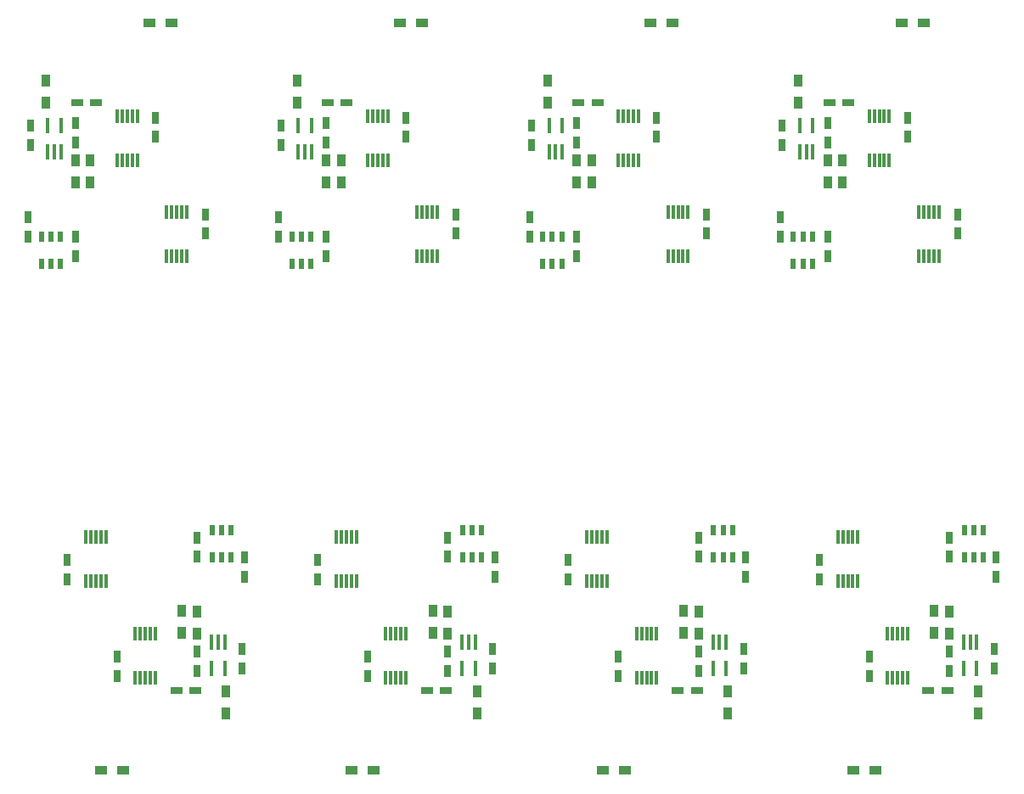
<source format=gbr>
G04 #@! TF.GenerationSoftware,KiCad,Pcbnew,(5.0.0-rc2-dev-206-ge4d512a29)*
G04 #@! TF.CreationDate,2018-03-29T18:07:49+02:00*
G04 #@! TF.ProjectId,Koczon,4B6F637A6F6E2E6B696361645F706362,1*
G04 #@! TF.SameCoordinates,Original*
G04 #@! TF.FileFunction,Paste,Top*
G04 #@! TF.FilePolarity,Positive*
%FSLAX46Y46*%
G04 Gerber Fmt 4.6, Leading zero omitted, Abs format (unit mm)*
G04 Created by KiCad (PCBNEW (5.0.0-rc2-dev-206-ge4d512a29)) date 03/29/18 18:07:49*
%MOMM*%
%LPD*%
G01*
G04 APERTURE LIST*
%ADD10R,0.750000X1.200000*%
%ADD11R,0.300000X1.450000*%
%ADD12R,0.600000X1.100000*%
%ADD13R,0.900000X1.200000*%
%ADD14R,1.200000X0.750000*%
%ADD15R,1.200000X0.900000*%
%ADD16R,0.400000X1.500000*%
G04 APERTURE END LIST*
D10*
X116948000Y-115076000D03*
X116948000Y-113176000D03*
X103978000Y-105952906D03*
X103978000Y-104052906D03*
D11*
X112778000Y-115752906D03*
X112278000Y-115752906D03*
X111778000Y-115752906D03*
X111278000Y-115752906D03*
X110778000Y-115752906D03*
X110778000Y-111352906D03*
X111278000Y-111352906D03*
X111778000Y-111352906D03*
X112278000Y-111352906D03*
X112778000Y-111352906D03*
D12*
X143448000Y-101052906D03*
X144398000Y-101052906D03*
X145348000Y-101052906D03*
X145348000Y-103752906D03*
X144398000Y-103752906D03*
X143448000Y-103752906D03*
D11*
X107848000Y-106176000D03*
X107348000Y-106176000D03*
X106848000Y-106176000D03*
X106348000Y-106176000D03*
X105848000Y-106176000D03*
X105848000Y-101776000D03*
X106348000Y-101776000D03*
X106848000Y-101776000D03*
X107348000Y-101776000D03*
X107848000Y-101776000D03*
D10*
X121648000Y-103776000D03*
X121648000Y-105676000D03*
X121448000Y-112926000D03*
X121448000Y-114826000D03*
X108978000Y-113702906D03*
X108978000Y-115602906D03*
X116948000Y-101826000D03*
X116948000Y-103726000D03*
D13*
X119848000Y-117126000D03*
X119848000Y-119326000D03*
D14*
X116778000Y-117102906D03*
X114878000Y-117102906D03*
D10*
X146648000Y-103776000D03*
X146648000Y-105676000D03*
X146448000Y-112926000D03*
X146448000Y-114826000D03*
X133978000Y-113702906D03*
X133978000Y-115602906D03*
X141948000Y-101826000D03*
X141948000Y-103726000D03*
X141948000Y-115076000D03*
X141948000Y-113176000D03*
X128978000Y-105952906D03*
X128978000Y-104052906D03*
D14*
X141778000Y-117102906D03*
X139878000Y-117102906D03*
D10*
X171648000Y-103776000D03*
X171648000Y-105676000D03*
X171448000Y-112926000D03*
X171448000Y-114826000D03*
X158978000Y-113702906D03*
X158978000Y-115602906D03*
X166948000Y-101826000D03*
X166948000Y-103726000D03*
X166948000Y-115076000D03*
X166948000Y-113176000D03*
X153978000Y-105952906D03*
X153978000Y-104052906D03*
D14*
X166778000Y-117102906D03*
X164878000Y-117102906D03*
D10*
X196648000Y-103776000D03*
X196648000Y-105676000D03*
X196448000Y-112926000D03*
X196448000Y-114826000D03*
X183978000Y-113702906D03*
X183978000Y-115602906D03*
X191948000Y-101826000D03*
X191948000Y-103726000D03*
X191948000Y-115076000D03*
X191948000Y-113176000D03*
X178978000Y-105952906D03*
X178978000Y-104052906D03*
D14*
X191778000Y-117102906D03*
X189878000Y-117102906D03*
D10*
X175110142Y-71729812D03*
X175110142Y-69829812D03*
X175310142Y-62579812D03*
X175310142Y-60679812D03*
X187780142Y-61802906D03*
X187780142Y-59902906D03*
X179810142Y-73679812D03*
X179810142Y-71779812D03*
X179810142Y-60429812D03*
X179810142Y-62329812D03*
X192780142Y-69552906D03*
X192780142Y-71452906D03*
D14*
X179980142Y-58402906D03*
X181880142Y-58402906D03*
D10*
X150110142Y-71729812D03*
X150110142Y-69829812D03*
X150310142Y-62579812D03*
X150310142Y-60679812D03*
X162780142Y-61802906D03*
X162780142Y-59902906D03*
X154810142Y-73679812D03*
X154810142Y-71779812D03*
X154810142Y-60429812D03*
X154810142Y-62329812D03*
X167780142Y-69552906D03*
X167780142Y-71452906D03*
D14*
X154980142Y-58402906D03*
X156880142Y-58402906D03*
D10*
X125110142Y-71729812D03*
X125110142Y-69829812D03*
X125310142Y-62579812D03*
X125310142Y-60679812D03*
X137780142Y-61802906D03*
X137780142Y-59902906D03*
X129810142Y-73679812D03*
X129810142Y-71779812D03*
X129810142Y-60429812D03*
X129810142Y-62329812D03*
X142780142Y-69552906D03*
X142780142Y-71452906D03*
D14*
X129980142Y-58402906D03*
X131880142Y-58402906D03*
D10*
X100110142Y-71729812D03*
X100110142Y-69829812D03*
X100310142Y-62579812D03*
X100310142Y-60679812D03*
X112780142Y-61802906D03*
X112780142Y-59902906D03*
X104810142Y-73679812D03*
X104810142Y-71779812D03*
X104810142Y-60429812D03*
X104810142Y-62329812D03*
X117780142Y-69552906D03*
X117780142Y-71452906D03*
D14*
X104980142Y-58402906D03*
X106880142Y-58402906D03*
D12*
X118448000Y-101052906D03*
X119398000Y-101052906D03*
X120348000Y-101052906D03*
X120348000Y-103752906D03*
X119398000Y-103752906D03*
X118448000Y-103752906D03*
X168448000Y-101052906D03*
X169398000Y-101052906D03*
X170348000Y-101052906D03*
X170348000Y-103752906D03*
X169398000Y-103752906D03*
X168448000Y-103752906D03*
X193448000Y-101052906D03*
X194398000Y-101052906D03*
X195348000Y-101052906D03*
X195348000Y-103752906D03*
X194398000Y-103752906D03*
X193448000Y-103752906D03*
X178310142Y-74452906D03*
X177360142Y-74452906D03*
X176410142Y-74452906D03*
X176410142Y-71752906D03*
X177360142Y-71752906D03*
X178310142Y-71752906D03*
X153310142Y-74452906D03*
X152360142Y-74452906D03*
X151410142Y-74452906D03*
X151410142Y-71752906D03*
X152360142Y-71752906D03*
X153310142Y-71752906D03*
X128310142Y-74452906D03*
X127360142Y-74452906D03*
X126410142Y-74452906D03*
X126410142Y-71752906D03*
X127360142Y-71752906D03*
X128310142Y-71752906D03*
X103310142Y-74452906D03*
X102360142Y-74452906D03*
X101410142Y-74452906D03*
X101410142Y-71752906D03*
X102360142Y-71752906D03*
X103310142Y-71752906D03*
D11*
X132848000Y-106176000D03*
X132348000Y-106176000D03*
X131848000Y-106176000D03*
X131348000Y-106176000D03*
X130848000Y-106176000D03*
X130848000Y-101776000D03*
X131348000Y-101776000D03*
X131848000Y-101776000D03*
X132348000Y-101776000D03*
X132848000Y-101776000D03*
X137778000Y-115752906D03*
X137278000Y-115752906D03*
X136778000Y-115752906D03*
X136278000Y-115752906D03*
X135778000Y-115752906D03*
X135778000Y-111352906D03*
X136278000Y-111352906D03*
X136778000Y-111352906D03*
X137278000Y-111352906D03*
X137778000Y-111352906D03*
X157848000Y-106176000D03*
X157348000Y-106176000D03*
X156848000Y-106176000D03*
X156348000Y-106176000D03*
X155848000Y-106176000D03*
X155848000Y-101776000D03*
X156348000Y-101776000D03*
X156848000Y-101776000D03*
X157348000Y-101776000D03*
X157848000Y-101776000D03*
X162778000Y-115752906D03*
X162278000Y-115752906D03*
X161778000Y-115752906D03*
X161278000Y-115752906D03*
X160778000Y-115752906D03*
X160778000Y-111352906D03*
X161278000Y-111352906D03*
X161778000Y-111352906D03*
X162278000Y-111352906D03*
X162778000Y-111352906D03*
X182848000Y-106176000D03*
X182348000Y-106176000D03*
X181848000Y-106176000D03*
X181348000Y-106176000D03*
X180848000Y-106176000D03*
X180848000Y-101776000D03*
X181348000Y-101776000D03*
X181848000Y-101776000D03*
X182348000Y-101776000D03*
X182848000Y-101776000D03*
X187778000Y-115752906D03*
X187278000Y-115752906D03*
X186778000Y-115752906D03*
X186278000Y-115752906D03*
X185778000Y-115752906D03*
X185778000Y-111352906D03*
X186278000Y-111352906D03*
X186778000Y-111352906D03*
X187278000Y-111352906D03*
X187778000Y-111352906D03*
X188910142Y-69329812D03*
X189410142Y-69329812D03*
X189910142Y-69329812D03*
X190410142Y-69329812D03*
X190910142Y-69329812D03*
X190910142Y-73729812D03*
X190410142Y-73729812D03*
X189910142Y-73729812D03*
X189410142Y-73729812D03*
X188910142Y-73729812D03*
X183980142Y-59752906D03*
X184480142Y-59752906D03*
X184980142Y-59752906D03*
X185480142Y-59752906D03*
X185980142Y-59752906D03*
X185980142Y-64152906D03*
X185480142Y-64152906D03*
X184980142Y-64152906D03*
X184480142Y-64152906D03*
X183980142Y-64152906D03*
X163910142Y-69329812D03*
X164410142Y-69329812D03*
X164910142Y-69329812D03*
X165410142Y-69329812D03*
X165910142Y-69329812D03*
X165910142Y-73729812D03*
X165410142Y-73729812D03*
X164910142Y-73729812D03*
X164410142Y-73729812D03*
X163910142Y-73729812D03*
X158980142Y-59752906D03*
X159480142Y-59752906D03*
X159980142Y-59752906D03*
X160480142Y-59752906D03*
X160980142Y-59752906D03*
X160980142Y-64152906D03*
X160480142Y-64152906D03*
X159980142Y-64152906D03*
X159480142Y-64152906D03*
X158980142Y-64152906D03*
X138910142Y-69329812D03*
X139410142Y-69329812D03*
X139910142Y-69329812D03*
X140410142Y-69329812D03*
X140910142Y-69329812D03*
X140910142Y-73729812D03*
X140410142Y-73729812D03*
X139910142Y-73729812D03*
X139410142Y-73729812D03*
X138910142Y-73729812D03*
X133980142Y-59752906D03*
X134480142Y-59752906D03*
X134980142Y-59752906D03*
X135480142Y-59752906D03*
X135980142Y-59752906D03*
X135980142Y-64152906D03*
X135480142Y-64152906D03*
X134980142Y-64152906D03*
X134480142Y-64152906D03*
X133980142Y-64152906D03*
X113910142Y-69329812D03*
X114410142Y-69329812D03*
X114910142Y-69329812D03*
X115410142Y-69329812D03*
X115910142Y-69329812D03*
X115910142Y-73729812D03*
X115410142Y-73729812D03*
X114910142Y-73729812D03*
X114410142Y-73729812D03*
X113910142Y-73729812D03*
X108980142Y-59752906D03*
X109480142Y-59752906D03*
X109980142Y-59752906D03*
X110480142Y-59752906D03*
X110980142Y-59752906D03*
X110980142Y-64152906D03*
X110480142Y-64152906D03*
X109980142Y-64152906D03*
X109480142Y-64152906D03*
X108980142Y-64152906D03*
D13*
X141948000Y-111352906D03*
X141948000Y-109152906D03*
X144848000Y-117126000D03*
X144848000Y-119326000D03*
D15*
X134578000Y-125052906D03*
X132378000Y-125052906D03*
D13*
X166948000Y-111352906D03*
X166948000Y-109152906D03*
X169848000Y-117126000D03*
X169848000Y-119326000D03*
D15*
X159578000Y-125052906D03*
X157378000Y-125052906D03*
D13*
X191948000Y-111352906D03*
X191948000Y-109152906D03*
X194848000Y-117126000D03*
X194848000Y-119326000D03*
D15*
X184578000Y-125052906D03*
X182378000Y-125052906D03*
D13*
X179810142Y-64152906D03*
X179810142Y-66352906D03*
X176910142Y-58379812D03*
X176910142Y-56179812D03*
D15*
X187180142Y-50452906D03*
X189380142Y-50452906D03*
D13*
X154810142Y-64152906D03*
X154810142Y-66352906D03*
X151910142Y-58379812D03*
X151910142Y-56179812D03*
D15*
X162180142Y-50452906D03*
X164380142Y-50452906D03*
D13*
X129810142Y-64152906D03*
X129810142Y-66352906D03*
X126910142Y-58379812D03*
X126910142Y-56179812D03*
D15*
X137180142Y-50452906D03*
X139380142Y-50452906D03*
D13*
X104810142Y-64152906D03*
X104810142Y-66352906D03*
X101910142Y-58379812D03*
X101910142Y-56179812D03*
D15*
X112180142Y-50452906D03*
X114380142Y-50452906D03*
D16*
X144698000Y-114856000D03*
X143398000Y-114856000D03*
X143398000Y-112196000D03*
X144048000Y-112196000D03*
X144698000Y-112196000D03*
X169698000Y-114856000D03*
X168398000Y-114856000D03*
X168398000Y-112196000D03*
X169048000Y-112196000D03*
X169698000Y-112196000D03*
X194698000Y-114856000D03*
X193398000Y-114856000D03*
X193398000Y-112196000D03*
X194048000Y-112196000D03*
X194698000Y-112196000D03*
X177060142Y-60649812D03*
X178360142Y-60649812D03*
X178360142Y-63309812D03*
X177710142Y-63309812D03*
X177060142Y-63309812D03*
X152060142Y-60649812D03*
X153360142Y-60649812D03*
X153360142Y-63309812D03*
X152710142Y-63309812D03*
X152060142Y-63309812D03*
X127060142Y-60649812D03*
X128360142Y-60649812D03*
X128360142Y-63309812D03*
X127710142Y-63309812D03*
X127060142Y-63309812D03*
X102060142Y-60649812D03*
X103360142Y-60649812D03*
X103360142Y-63309812D03*
X102710142Y-63309812D03*
X102060142Y-63309812D03*
D13*
X116948000Y-111352906D03*
X116948000Y-109152906D03*
D15*
X109578000Y-125052906D03*
X107378000Y-125052906D03*
D16*
X119698000Y-114856000D03*
X118398000Y-114856000D03*
X118398000Y-112196000D03*
X119048000Y-112196000D03*
X119698000Y-112196000D03*
D13*
X115448000Y-111326000D03*
X115448000Y-109126000D03*
X140448000Y-111326000D03*
X140448000Y-109126000D03*
X165448000Y-111326000D03*
X165448000Y-109126000D03*
X190448000Y-111326000D03*
X190448000Y-109126000D03*
X181310142Y-64179812D03*
X181310142Y-66379812D03*
X156310142Y-64179812D03*
X156310142Y-66379812D03*
X131310142Y-64179812D03*
X131310142Y-66379812D03*
X106310142Y-64179812D03*
X106310142Y-66379812D03*
M02*

</source>
